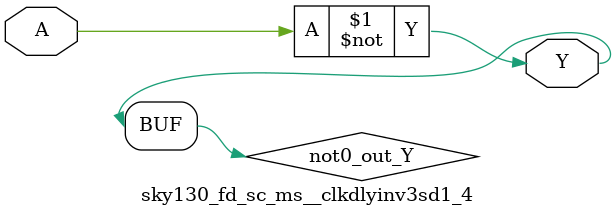
<source format=v>
module sky130_fd_sc_ms__clkdlyinv3sd1_4 (
    Y,
    A
);
    output Y;
    input  A;
    wire not0_out_Y;
    not not0 (not0_out_Y, A              );
    buf buf0 (Y         , not0_out_Y     );
endmodule
</source>
